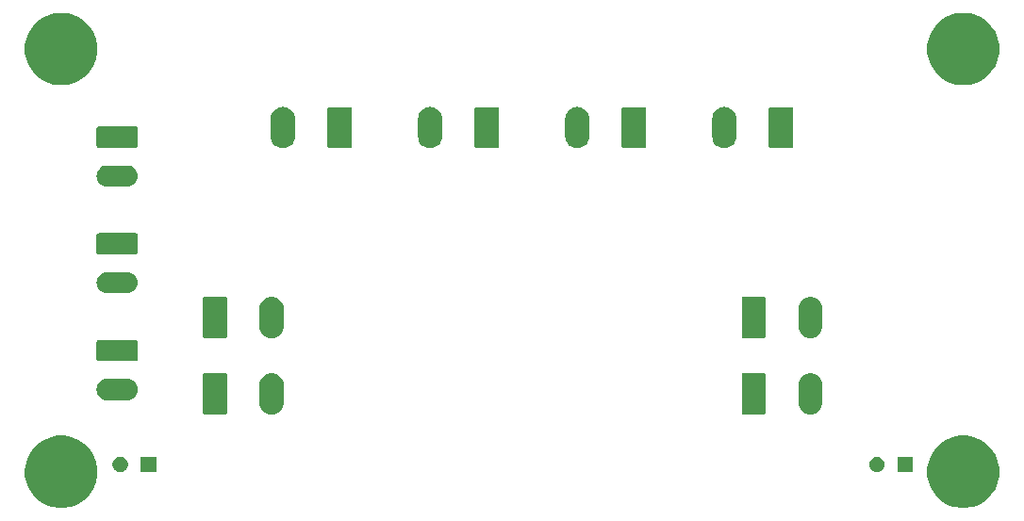
<source format=gbr>
G04 #@! TF.GenerationSoftware,KiCad,Pcbnew,(5.1.4)-1*
G04 #@! TF.CreationDate,2020-03-23T02:46:53+01:00*
G04 #@! TF.ProjectId,dispatch,64697370-6174-4636-982e-6b696361645f,rev?*
G04 #@! TF.SameCoordinates,Original*
G04 #@! TF.FileFunction,Soldermask,Bot*
G04 #@! TF.FilePolarity,Negative*
%FSLAX46Y46*%
G04 Gerber Fmt 4.6, Leading zero omitted, Abs format (unit mm)*
G04 Created by KiCad (PCBNEW (5.1.4)-1) date 2020-03-23 02:46:53*
%MOMM*%
%LPD*%
G04 APERTURE LIST*
%ADD10C,0.100000*%
G04 APERTURE END LIST*
D10*
G36*
X135134239Y-88311467D02*
G01*
X135448282Y-88373934D01*
X136039926Y-88619001D01*
X136572392Y-88974784D01*
X137025216Y-89427608D01*
X137380999Y-89960074D01*
X137626066Y-90551718D01*
X137626066Y-90551719D01*
X137745098Y-91150130D01*
X137751000Y-91179804D01*
X137751000Y-91820196D01*
X137626066Y-92448282D01*
X137380999Y-93039926D01*
X137025216Y-93572392D01*
X136572392Y-94025216D01*
X136039926Y-94380999D01*
X135448282Y-94626066D01*
X135134239Y-94688533D01*
X134820197Y-94751000D01*
X134179803Y-94751000D01*
X133865761Y-94688533D01*
X133551718Y-94626066D01*
X132960074Y-94380999D01*
X132427608Y-94025216D01*
X131974784Y-93572392D01*
X131619001Y-93039926D01*
X131373934Y-92448282D01*
X131249000Y-91820196D01*
X131249000Y-91179804D01*
X131254903Y-91150130D01*
X131373934Y-90551719D01*
X131373934Y-90551718D01*
X131619001Y-89960074D01*
X131974784Y-89427608D01*
X132427608Y-88974784D01*
X132960074Y-88619001D01*
X133551718Y-88373934D01*
X133865761Y-88311467D01*
X134179803Y-88249000D01*
X134820197Y-88249000D01*
X135134239Y-88311467D01*
X135134239Y-88311467D01*
G37*
G36*
X54134239Y-88311467D02*
G01*
X54448282Y-88373934D01*
X55039926Y-88619001D01*
X55572392Y-88974784D01*
X56025216Y-89427608D01*
X56380999Y-89960074D01*
X56626066Y-90551718D01*
X56626066Y-90551719D01*
X56745098Y-91150130D01*
X56751000Y-91179804D01*
X56751000Y-91820196D01*
X56626066Y-92448282D01*
X56380999Y-93039926D01*
X56025216Y-93572392D01*
X55572392Y-94025216D01*
X55039926Y-94380999D01*
X54448282Y-94626066D01*
X54134239Y-94688533D01*
X53820197Y-94751000D01*
X53179803Y-94751000D01*
X52865761Y-94688533D01*
X52551718Y-94626066D01*
X51960074Y-94380999D01*
X51427608Y-94025216D01*
X50974784Y-93572392D01*
X50619001Y-93039926D01*
X50373934Y-92448282D01*
X50249000Y-91820196D01*
X50249000Y-91179804D01*
X50254903Y-91150130D01*
X50373934Y-90551719D01*
X50373934Y-90551718D01*
X50619001Y-89960074D01*
X50974784Y-89427608D01*
X51427608Y-88974784D01*
X51960074Y-88619001D01*
X52551718Y-88373934D01*
X52865761Y-88311467D01*
X53179803Y-88249000D01*
X53820197Y-88249000D01*
X54134239Y-88311467D01*
X54134239Y-88311467D01*
G37*
G36*
X59001825Y-90161958D02*
G01*
X59001827Y-90161959D01*
X59001828Y-90161959D01*
X59064478Y-90187910D01*
X59127130Y-90213861D01*
X59239386Y-90288868D01*
X59239893Y-90289207D01*
X59335793Y-90385107D01*
X59335795Y-90385110D01*
X59411139Y-90497870D01*
X59463042Y-90623175D01*
X59489500Y-90756187D01*
X59489500Y-90891813D01*
X59463042Y-91024825D01*
X59411139Y-91150130D01*
X59391311Y-91179804D01*
X59335793Y-91262893D01*
X59239893Y-91358793D01*
X59239890Y-91358795D01*
X59127130Y-91434139D01*
X59064477Y-91460091D01*
X59001828Y-91486041D01*
X59001827Y-91486041D01*
X59001825Y-91486042D01*
X58868813Y-91512500D01*
X58733187Y-91512500D01*
X58600175Y-91486042D01*
X58600173Y-91486041D01*
X58600172Y-91486041D01*
X58537523Y-91460091D01*
X58474870Y-91434139D01*
X58362110Y-91358795D01*
X58362107Y-91358793D01*
X58266207Y-91262893D01*
X58210689Y-91179804D01*
X58190861Y-91150130D01*
X58138958Y-91024825D01*
X58112500Y-90891813D01*
X58112500Y-90756187D01*
X58138958Y-90623175D01*
X58190861Y-90497870D01*
X58266205Y-90385110D01*
X58266207Y-90385107D01*
X58362107Y-90289207D01*
X58362614Y-90288868D01*
X58474870Y-90213861D01*
X58537522Y-90187910D01*
X58600172Y-90161959D01*
X58600173Y-90161959D01*
X58600175Y-90161958D01*
X58733187Y-90135500D01*
X58868813Y-90135500D01*
X59001825Y-90161958D01*
X59001825Y-90161958D01*
G37*
G36*
X62029500Y-91512500D02*
G01*
X60652500Y-91512500D01*
X60652500Y-90135500D01*
X62029500Y-90135500D01*
X62029500Y-91512500D01*
X62029500Y-91512500D01*
G37*
G36*
X129974500Y-91512500D02*
G01*
X128597500Y-91512500D01*
X128597500Y-90135500D01*
X129974500Y-90135500D01*
X129974500Y-91512500D01*
X129974500Y-91512500D01*
G37*
G36*
X126946825Y-90161958D02*
G01*
X126946827Y-90161959D01*
X126946828Y-90161959D01*
X127009478Y-90187910D01*
X127072130Y-90213861D01*
X127184386Y-90288868D01*
X127184893Y-90289207D01*
X127280793Y-90385107D01*
X127280795Y-90385110D01*
X127356139Y-90497870D01*
X127408042Y-90623175D01*
X127434500Y-90756187D01*
X127434500Y-90891813D01*
X127408042Y-91024825D01*
X127356139Y-91150130D01*
X127336311Y-91179804D01*
X127280793Y-91262893D01*
X127184893Y-91358793D01*
X127184890Y-91358795D01*
X127072130Y-91434139D01*
X127009477Y-91460091D01*
X126946828Y-91486041D01*
X126946827Y-91486041D01*
X126946825Y-91486042D01*
X126813813Y-91512500D01*
X126678187Y-91512500D01*
X126545175Y-91486042D01*
X126545173Y-91486041D01*
X126545172Y-91486041D01*
X126482523Y-91460091D01*
X126419870Y-91434139D01*
X126307110Y-91358795D01*
X126307107Y-91358793D01*
X126211207Y-91262893D01*
X126155689Y-91179804D01*
X126135861Y-91150130D01*
X126083958Y-91024825D01*
X126057500Y-90891813D01*
X126057500Y-90756187D01*
X126083958Y-90623175D01*
X126135861Y-90497870D01*
X126211205Y-90385110D01*
X126211207Y-90385107D01*
X126307107Y-90289207D01*
X126307614Y-90288868D01*
X126419870Y-90213861D01*
X126482522Y-90187910D01*
X126545172Y-90161959D01*
X126545173Y-90161959D01*
X126545175Y-90161958D01*
X126678187Y-90135500D01*
X126813813Y-90135500D01*
X126946825Y-90161958D01*
X126946825Y-90161958D01*
G37*
G36*
X72603870Y-82638786D02*
G01*
X72714779Y-82672430D01*
X72805053Y-82699814D01*
X72809529Y-82701172D01*
X72966165Y-82784896D01*
X72999059Y-82802478D01*
X73165186Y-82938814D01*
X73301522Y-83104941D01*
X73301525Y-83104945D01*
X73402828Y-83294470D01*
X73465214Y-83500129D01*
X73481000Y-83660409D01*
X73481000Y-85287591D01*
X73465214Y-85447871D01*
X73402828Y-85653530D01*
X73301525Y-85843055D01*
X73301523Y-85843058D01*
X73301522Y-85843059D01*
X73165186Y-86009186D01*
X73037583Y-86113906D01*
X72999055Y-86145525D01*
X72809530Y-86246828D01*
X72809527Y-86246829D01*
X72798058Y-86250308D01*
X72603871Y-86309214D01*
X72390000Y-86330278D01*
X72176130Y-86309214D01*
X71981943Y-86250308D01*
X71970474Y-86246829D01*
X71970471Y-86246828D01*
X71780946Y-86145525D01*
X71742418Y-86113906D01*
X71614815Y-86009186D01*
X71478479Y-85843059D01*
X71478478Y-85843058D01*
X71478476Y-85843055D01*
X71377171Y-85653527D01*
X71314786Y-85447874D01*
X71299000Y-85287591D01*
X71299000Y-83660410D01*
X71314786Y-83500130D01*
X71377172Y-83294471D01*
X71478477Y-83104943D01*
X71478478Y-83104941D01*
X71614814Y-82938814D01*
X71780941Y-82802478D01*
X71780942Y-82802477D01*
X71780945Y-82802475D01*
X71970470Y-82701172D01*
X71974947Y-82699814D01*
X72065220Y-82672430D01*
X72176129Y-82638786D01*
X72390000Y-82617722D01*
X72603870Y-82638786D01*
X72603870Y-82638786D01*
G37*
G36*
X120990870Y-82638786D02*
G01*
X121101779Y-82672430D01*
X121192053Y-82699814D01*
X121196529Y-82701172D01*
X121353165Y-82784896D01*
X121386059Y-82802478D01*
X121552186Y-82938814D01*
X121688522Y-83104941D01*
X121688525Y-83104945D01*
X121789828Y-83294470D01*
X121852214Y-83500129D01*
X121868000Y-83660409D01*
X121868000Y-85287591D01*
X121852214Y-85447871D01*
X121789828Y-85653530D01*
X121688525Y-85843055D01*
X121688523Y-85843058D01*
X121688522Y-85843059D01*
X121552186Y-86009186D01*
X121424583Y-86113906D01*
X121386055Y-86145525D01*
X121196530Y-86246828D01*
X121196527Y-86246829D01*
X121185058Y-86250308D01*
X120990871Y-86309214D01*
X120777000Y-86330278D01*
X120563130Y-86309214D01*
X120368943Y-86250308D01*
X120357474Y-86246829D01*
X120357471Y-86246828D01*
X120167946Y-86145525D01*
X120129418Y-86113906D01*
X120001815Y-86009186D01*
X119865479Y-85843059D01*
X119865478Y-85843058D01*
X119865476Y-85843055D01*
X119764171Y-85653527D01*
X119701786Y-85447874D01*
X119686000Y-85287591D01*
X119686000Y-83660410D01*
X119701786Y-83500130D01*
X119764172Y-83294471D01*
X119865477Y-83104943D01*
X119865478Y-83104941D01*
X120001814Y-82938814D01*
X120167941Y-82802478D01*
X120167942Y-82802477D01*
X120167945Y-82802475D01*
X120357470Y-82701172D01*
X120361947Y-82699814D01*
X120452220Y-82672430D01*
X120563129Y-82638786D01*
X120777000Y-82617722D01*
X120990870Y-82638786D01*
X120990870Y-82638786D01*
G37*
G36*
X68266217Y-82626808D02*
G01*
X68297489Y-82636294D01*
X68326308Y-82651698D01*
X68351570Y-82672430D01*
X68372302Y-82697692D01*
X68387706Y-82726511D01*
X68397192Y-82757783D01*
X68401000Y-82796448D01*
X68401000Y-86151552D01*
X68397192Y-86190217D01*
X68387706Y-86221489D01*
X68372302Y-86250308D01*
X68351570Y-86275570D01*
X68326308Y-86296302D01*
X68297489Y-86311706D01*
X68266217Y-86321192D01*
X68227552Y-86325000D01*
X66392448Y-86325000D01*
X66353783Y-86321192D01*
X66322511Y-86311706D01*
X66293692Y-86296302D01*
X66268430Y-86275570D01*
X66247698Y-86250308D01*
X66232294Y-86221489D01*
X66222808Y-86190217D01*
X66219000Y-86151552D01*
X66219000Y-82796448D01*
X66222808Y-82757783D01*
X66232294Y-82726511D01*
X66247698Y-82697692D01*
X66268430Y-82672430D01*
X66293692Y-82651698D01*
X66322511Y-82636294D01*
X66353783Y-82626808D01*
X66392448Y-82623000D01*
X68227552Y-82623000D01*
X68266217Y-82626808D01*
X68266217Y-82626808D01*
G37*
G36*
X116653217Y-82626808D02*
G01*
X116684489Y-82636294D01*
X116713308Y-82651698D01*
X116738570Y-82672430D01*
X116759302Y-82697692D01*
X116774706Y-82726511D01*
X116784192Y-82757783D01*
X116788000Y-82796448D01*
X116788000Y-86151552D01*
X116784192Y-86190217D01*
X116774706Y-86221489D01*
X116759302Y-86250308D01*
X116738570Y-86275570D01*
X116713308Y-86296302D01*
X116684489Y-86311706D01*
X116653217Y-86321192D01*
X116614552Y-86325000D01*
X114779448Y-86325000D01*
X114740783Y-86321192D01*
X114709511Y-86311706D01*
X114680692Y-86296302D01*
X114655430Y-86275570D01*
X114634698Y-86250308D01*
X114619294Y-86221489D01*
X114609808Y-86190217D01*
X114606000Y-86151552D01*
X114606000Y-82796448D01*
X114609808Y-82757783D01*
X114619294Y-82726511D01*
X114634698Y-82697692D01*
X114655430Y-82672430D01*
X114680692Y-82651698D01*
X114709511Y-82636294D01*
X114740783Y-82626808D01*
X114779448Y-82623000D01*
X116614552Y-82623000D01*
X116653217Y-82626808D01*
X116653217Y-82626808D01*
G37*
G36*
X59613425Y-83163760D02*
G01*
X59613428Y-83163761D01*
X59613429Y-83163761D01*
X59792693Y-83218140D01*
X59792696Y-83218142D01*
X59792697Y-83218142D01*
X59957903Y-83306446D01*
X60102712Y-83425288D01*
X60221554Y-83570097D01*
X60309858Y-83735303D01*
X60309860Y-83735307D01*
X60364239Y-83914571D01*
X60364240Y-83914575D01*
X60382601Y-84101000D01*
X60364240Y-84287425D01*
X60364239Y-84287428D01*
X60364239Y-84287429D01*
X60309860Y-84466693D01*
X60309858Y-84466696D01*
X60309858Y-84466697D01*
X60221554Y-84631903D01*
X60102712Y-84776712D01*
X59957903Y-84895554D01*
X59792697Y-84983858D01*
X59792693Y-84983860D01*
X59613429Y-85038239D01*
X59613428Y-85038239D01*
X59613425Y-85038240D01*
X59473718Y-85052000D01*
X57580282Y-85052000D01*
X57440575Y-85038240D01*
X57440572Y-85038239D01*
X57440571Y-85038239D01*
X57261307Y-84983860D01*
X57261303Y-84983858D01*
X57096097Y-84895554D01*
X56951288Y-84776712D01*
X56832446Y-84631903D01*
X56744142Y-84466697D01*
X56744142Y-84466696D01*
X56744140Y-84466693D01*
X56689761Y-84287429D01*
X56689761Y-84287428D01*
X56689760Y-84287425D01*
X56671399Y-84101000D01*
X56689760Y-83914575D01*
X56689761Y-83914571D01*
X56744140Y-83735307D01*
X56744142Y-83735303D01*
X56832446Y-83570097D01*
X56951288Y-83425288D01*
X57096097Y-83306446D01*
X57261303Y-83218142D01*
X57261304Y-83218142D01*
X57261307Y-83218140D01*
X57440571Y-83163761D01*
X57440572Y-83163761D01*
X57440575Y-83163760D01*
X57580282Y-83150000D01*
X59473718Y-83150000D01*
X59613425Y-83163760D01*
X59613425Y-83163760D01*
G37*
G36*
X60237915Y-79653934D02*
G01*
X60270424Y-79663795D01*
X60300382Y-79679809D01*
X60326641Y-79701359D01*
X60348191Y-79727618D01*
X60364205Y-79757576D01*
X60374066Y-79790085D01*
X60378000Y-79830029D01*
X60378000Y-81371971D01*
X60374066Y-81411915D01*
X60364205Y-81444424D01*
X60348191Y-81474382D01*
X60326641Y-81500641D01*
X60300382Y-81522191D01*
X60270424Y-81538205D01*
X60237915Y-81548066D01*
X60197971Y-81552000D01*
X56856029Y-81552000D01*
X56816085Y-81548066D01*
X56783576Y-81538205D01*
X56753618Y-81522191D01*
X56727359Y-81500641D01*
X56705809Y-81474382D01*
X56689795Y-81444424D01*
X56679934Y-81411915D01*
X56676000Y-81371971D01*
X56676000Y-79830029D01*
X56679934Y-79790085D01*
X56689795Y-79757576D01*
X56705809Y-79727618D01*
X56727359Y-79701359D01*
X56753618Y-79679809D01*
X56783576Y-79663795D01*
X56816085Y-79653934D01*
X56856029Y-79650000D01*
X60197971Y-79650000D01*
X60237915Y-79653934D01*
X60237915Y-79653934D01*
G37*
G36*
X120990870Y-75780786D02*
G01*
X121101779Y-75814430D01*
X121192053Y-75841814D01*
X121196529Y-75843172D01*
X121353165Y-75926896D01*
X121386059Y-75944478D01*
X121552186Y-76080814D01*
X121688522Y-76246941D01*
X121688525Y-76246945D01*
X121789828Y-76436470D01*
X121852214Y-76642129D01*
X121868000Y-76802409D01*
X121868000Y-78429591D01*
X121852214Y-78589871D01*
X121789828Y-78795530D01*
X121688525Y-78985055D01*
X121688523Y-78985058D01*
X121688522Y-78985059D01*
X121552186Y-79151186D01*
X121424583Y-79255906D01*
X121386055Y-79287525D01*
X121196530Y-79388828D01*
X121196527Y-79388829D01*
X121185058Y-79392308D01*
X120990871Y-79451214D01*
X120777000Y-79472278D01*
X120563130Y-79451214D01*
X120368943Y-79392308D01*
X120357474Y-79388829D01*
X120357471Y-79388828D01*
X120167946Y-79287525D01*
X120129418Y-79255906D01*
X120001815Y-79151186D01*
X119865479Y-78985059D01*
X119865478Y-78985058D01*
X119865476Y-78985055D01*
X119764171Y-78795527D01*
X119701786Y-78589874D01*
X119686000Y-78429591D01*
X119686000Y-76802410D01*
X119701786Y-76642130D01*
X119764172Y-76436471D01*
X119865477Y-76246943D01*
X119865478Y-76246941D01*
X120001814Y-76080814D01*
X120167941Y-75944478D01*
X120167942Y-75944477D01*
X120167945Y-75944475D01*
X120357470Y-75843172D01*
X120361947Y-75841814D01*
X120452220Y-75814430D01*
X120563129Y-75780786D01*
X120777000Y-75759722D01*
X120990870Y-75780786D01*
X120990870Y-75780786D01*
G37*
G36*
X72603870Y-75780786D02*
G01*
X72714779Y-75814430D01*
X72805053Y-75841814D01*
X72809529Y-75843172D01*
X72966165Y-75926896D01*
X72999059Y-75944478D01*
X73165186Y-76080814D01*
X73301522Y-76246941D01*
X73301525Y-76246945D01*
X73402828Y-76436470D01*
X73465214Y-76642129D01*
X73481000Y-76802409D01*
X73481000Y-78429591D01*
X73465214Y-78589871D01*
X73402828Y-78795530D01*
X73301525Y-78985055D01*
X73301523Y-78985058D01*
X73301522Y-78985059D01*
X73165186Y-79151186D01*
X73037583Y-79255906D01*
X72999055Y-79287525D01*
X72809530Y-79388828D01*
X72809527Y-79388829D01*
X72798058Y-79392308D01*
X72603871Y-79451214D01*
X72390000Y-79472278D01*
X72176130Y-79451214D01*
X71981943Y-79392308D01*
X71970474Y-79388829D01*
X71970471Y-79388828D01*
X71780946Y-79287525D01*
X71742418Y-79255906D01*
X71614815Y-79151186D01*
X71478479Y-78985059D01*
X71478478Y-78985058D01*
X71478476Y-78985055D01*
X71377171Y-78795527D01*
X71314786Y-78589874D01*
X71299000Y-78429591D01*
X71299000Y-76802410D01*
X71314786Y-76642130D01*
X71377172Y-76436471D01*
X71478477Y-76246943D01*
X71478478Y-76246941D01*
X71614814Y-76080814D01*
X71780941Y-75944478D01*
X71780942Y-75944477D01*
X71780945Y-75944475D01*
X71970470Y-75843172D01*
X71974947Y-75841814D01*
X72065220Y-75814430D01*
X72176129Y-75780786D01*
X72390000Y-75759722D01*
X72603870Y-75780786D01*
X72603870Y-75780786D01*
G37*
G36*
X68266217Y-75768808D02*
G01*
X68297489Y-75778294D01*
X68326308Y-75793698D01*
X68351570Y-75814430D01*
X68372302Y-75839692D01*
X68387706Y-75868511D01*
X68397192Y-75899783D01*
X68401000Y-75938448D01*
X68401000Y-79293552D01*
X68397192Y-79332217D01*
X68387706Y-79363489D01*
X68372302Y-79392308D01*
X68351570Y-79417570D01*
X68326308Y-79438302D01*
X68297489Y-79453706D01*
X68266217Y-79463192D01*
X68227552Y-79467000D01*
X66392448Y-79467000D01*
X66353783Y-79463192D01*
X66322511Y-79453706D01*
X66293692Y-79438302D01*
X66268430Y-79417570D01*
X66247698Y-79392308D01*
X66232294Y-79363489D01*
X66222808Y-79332217D01*
X66219000Y-79293552D01*
X66219000Y-75938448D01*
X66222808Y-75899783D01*
X66232294Y-75868511D01*
X66247698Y-75839692D01*
X66268430Y-75814430D01*
X66293692Y-75793698D01*
X66322511Y-75778294D01*
X66353783Y-75768808D01*
X66392448Y-75765000D01*
X68227552Y-75765000D01*
X68266217Y-75768808D01*
X68266217Y-75768808D01*
G37*
G36*
X116653217Y-75768808D02*
G01*
X116684489Y-75778294D01*
X116713308Y-75793698D01*
X116738570Y-75814430D01*
X116759302Y-75839692D01*
X116774706Y-75868511D01*
X116784192Y-75899783D01*
X116788000Y-75938448D01*
X116788000Y-79293552D01*
X116784192Y-79332217D01*
X116774706Y-79363489D01*
X116759302Y-79392308D01*
X116738570Y-79417570D01*
X116713308Y-79438302D01*
X116684489Y-79453706D01*
X116653217Y-79463192D01*
X116614552Y-79467000D01*
X114779448Y-79467000D01*
X114740783Y-79463192D01*
X114709511Y-79453706D01*
X114680692Y-79438302D01*
X114655430Y-79417570D01*
X114634698Y-79392308D01*
X114619294Y-79363489D01*
X114609808Y-79332217D01*
X114606000Y-79293552D01*
X114606000Y-75938448D01*
X114609808Y-75899783D01*
X114619294Y-75868511D01*
X114634698Y-75839692D01*
X114655430Y-75814430D01*
X114680692Y-75793698D01*
X114709511Y-75778294D01*
X114740783Y-75768808D01*
X114779448Y-75765000D01*
X116614552Y-75765000D01*
X116653217Y-75768808D01*
X116653217Y-75768808D01*
G37*
G36*
X59613425Y-73563760D02*
G01*
X59613428Y-73563761D01*
X59613429Y-73563761D01*
X59792693Y-73618140D01*
X59792696Y-73618142D01*
X59792697Y-73618142D01*
X59957903Y-73706446D01*
X60102712Y-73825288D01*
X60221554Y-73970097D01*
X60309858Y-74135303D01*
X60309860Y-74135307D01*
X60364239Y-74314571D01*
X60364240Y-74314575D01*
X60382601Y-74501000D01*
X60364240Y-74687425D01*
X60364239Y-74687428D01*
X60364239Y-74687429D01*
X60309860Y-74866693D01*
X60309858Y-74866696D01*
X60309858Y-74866697D01*
X60221554Y-75031903D01*
X60102712Y-75176712D01*
X59957903Y-75295554D01*
X59792697Y-75383858D01*
X59792693Y-75383860D01*
X59613429Y-75438239D01*
X59613428Y-75438239D01*
X59613425Y-75438240D01*
X59473718Y-75452000D01*
X57580282Y-75452000D01*
X57440575Y-75438240D01*
X57440572Y-75438239D01*
X57440571Y-75438239D01*
X57261307Y-75383860D01*
X57261303Y-75383858D01*
X57096097Y-75295554D01*
X56951288Y-75176712D01*
X56832446Y-75031903D01*
X56744142Y-74866697D01*
X56744142Y-74866696D01*
X56744140Y-74866693D01*
X56689761Y-74687429D01*
X56689761Y-74687428D01*
X56689760Y-74687425D01*
X56671399Y-74501000D01*
X56689760Y-74314575D01*
X56689761Y-74314571D01*
X56744140Y-74135307D01*
X56744142Y-74135303D01*
X56832446Y-73970097D01*
X56951288Y-73825288D01*
X57096097Y-73706446D01*
X57261303Y-73618142D01*
X57261304Y-73618142D01*
X57261307Y-73618140D01*
X57440571Y-73563761D01*
X57440572Y-73563761D01*
X57440575Y-73563760D01*
X57580282Y-73550000D01*
X59473718Y-73550000D01*
X59613425Y-73563760D01*
X59613425Y-73563760D01*
G37*
G36*
X60237915Y-70053934D02*
G01*
X60270424Y-70063795D01*
X60300382Y-70079809D01*
X60326641Y-70101359D01*
X60348191Y-70127618D01*
X60364205Y-70157576D01*
X60374066Y-70190085D01*
X60378000Y-70230029D01*
X60378000Y-71771971D01*
X60374066Y-71811915D01*
X60364205Y-71844424D01*
X60348191Y-71874382D01*
X60326641Y-71900641D01*
X60300382Y-71922191D01*
X60270424Y-71938205D01*
X60237915Y-71948066D01*
X60197971Y-71952000D01*
X56856029Y-71952000D01*
X56816085Y-71948066D01*
X56783576Y-71938205D01*
X56753618Y-71922191D01*
X56727359Y-71900641D01*
X56705809Y-71874382D01*
X56689795Y-71844424D01*
X56679934Y-71811915D01*
X56676000Y-71771971D01*
X56676000Y-70230029D01*
X56679934Y-70190085D01*
X56689795Y-70157576D01*
X56705809Y-70127618D01*
X56727359Y-70101359D01*
X56753618Y-70079809D01*
X56783576Y-70063795D01*
X56816085Y-70053934D01*
X56856029Y-70050000D01*
X60197971Y-70050000D01*
X60237915Y-70053934D01*
X60237915Y-70053934D01*
G37*
G36*
X59620725Y-63979960D02*
G01*
X59620728Y-63979961D01*
X59620729Y-63979961D01*
X59799993Y-64034340D01*
X59799996Y-64034342D01*
X59799997Y-64034342D01*
X59965203Y-64122646D01*
X60110012Y-64241488D01*
X60228854Y-64386297D01*
X60317158Y-64551503D01*
X60317160Y-64551507D01*
X60371539Y-64730771D01*
X60371540Y-64730775D01*
X60389901Y-64917200D01*
X60371540Y-65103625D01*
X60371539Y-65103628D01*
X60371539Y-65103629D01*
X60317160Y-65282893D01*
X60317158Y-65282896D01*
X60317158Y-65282897D01*
X60228854Y-65448103D01*
X60110012Y-65592912D01*
X59965203Y-65711754D01*
X59799997Y-65800058D01*
X59799993Y-65800060D01*
X59620729Y-65854439D01*
X59620728Y-65854439D01*
X59620725Y-65854440D01*
X59481018Y-65868200D01*
X57587582Y-65868200D01*
X57447875Y-65854440D01*
X57447872Y-65854439D01*
X57447871Y-65854439D01*
X57268607Y-65800060D01*
X57268603Y-65800058D01*
X57103397Y-65711754D01*
X56958588Y-65592912D01*
X56839746Y-65448103D01*
X56751442Y-65282897D01*
X56751442Y-65282896D01*
X56751440Y-65282893D01*
X56697061Y-65103629D01*
X56697061Y-65103628D01*
X56697060Y-65103625D01*
X56678699Y-64917200D01*
X56697060Y-64730775D01*
X56697061Y-64730771D01*
X56751440Y-64551507D01*
X56751442Y-64551503D01*
X56839746Y-64386297D01*
X56958588Y-64241488D01*
X57103397Y-64122646D01*
X57268603Y-64034342D01*
X57268604Y-64034342D01*
X57268607Y-64034340D01*
X57447871Y-63979961D01*
X57447872Y-63979961D01*
X57447875Y-63979960D01*
X57587582Y-63966200D01*
X59481018Y-63966200D01*
X59620725Y-63979960D01*
X59620725Y-63979960D01*
G37*
G36*
X86848191Y-58723466D02*
G01*
X86959100Y-58757110D01*
X87049374Y-58784494D01*
X87053850Y-58785852D01*
X87243375Y-58887155D01*
X87243378Y-58887157D01*
X87243379Y-58887158D01*
X87409506Y-59023494D01*
X87545842Y-59189621D01*
X87545845Y-59189625D01*
X87647148Y-59379150D01*
X87709534Y-59584809D01*
X87725320Y-59745089D01*
X87725320Y-61372271D01*
X87709534Y-61532551D01*
X87647148Y-61738210D01*
X87545845Y-61927735D01*
X87545843Y-61927737D01*
X87545842Y-61927739D01*
X87409506Y-62093866D01*
X87243379Y-62230202D01*
X87243377Y-62230203D01*
X87053849Y-62331508D01*
X87053846Y-62331509D01*
X87042377Y-62334988D01*
X86848190Y-62393894D01*
X86634320Y-62414958D01*
X86420449Y-62393894D01*
X86226262Y-62334988D01*
X86214793Y-62331509D01*
X86214790Y-62331508D01*
X86025265Y-62230205D01*
X85974046Y-62188171D01*
X85859134Y-62093866D01*
X85722798Y-61927739D01*
X85621493Y-61738210D01*
X85621492Y-61738209D01*
X85559106Y-61532550D01*
X85543320Y-61372270D01*
X85543320Y-59745089D01*
X85559106Y-59584806D01*
X85621491Y-59379153D01*
X85722796Y-59189625D01*
X85722799Y-59189621D01*
X85859135Y-59023494D01*
X86025262Y-58887158D01*
X86025263Y-58887157D01*
X86025266Y-58887155D01*
X86214791Y-58785852D01*
X86219268Y-58784494D01*
X86309541Y-58757110D01*
X86420450Y-58723466D01*
X86634320Y-58702402D01*
X86848191Y-58723466D01*
X86848191Y-58723466D01*
G37*
G36*
X73635111Y-58723466D02*
G01*
X73746020Y-58757110D01*
X73836294Y-58784494D01*
X73840770Y-58785852D01*
X74030295Y-58887155D01*
X74030298Y-58887157D01*
X74030299Y-58887158D01*
X74196426Y-59023494D01*
X74332762Y-59189621D01*
X74332765Y-59189625D01*
X74434068Y-59379150D01*
X74496454Y-59584809D01*
X74512240Y-59745089D01*
X74512240Y-61372271D01*
X74496454Y-61532551D01*
X74434068Y-61738210D01*
X74332765Y-61927735D01*
X74332763Y-61927737D01*
X74332762Y-61927739D01*
X74196426Y-62093866D01*
X74030299Y-62230202D01*
X74030297Y-62230203D01*
X73840769Y-62331508D01*
X73840766Y-62331509D01*
X73829297Y-62334988D01*
X73635110Y-62393894D01*
X73421240Y-62414958D01*
X73207369Y-62393894D01*
X73013182Y-62334988D01*
X73001713Y-62331509D01*
X73001710Y-62331508D01*
X72812185Y-62230205D01*
X72760966Y-62188171D01*
X72646054Y-62093866D01*
X72509718Y-61927739D01*
X72408413Y-61738210D01*
X72408412Y-61738209D01*
X72346026Y-61532550D01*
X72330240Y-61372270D01*
X72330240Y-59745089D01*
X72346026Y-59584806D01*
X72408411Y-59379153D01*
X72509716Y-59189625D01*
X72509719Y-59189621D01*
X72646055Y-59023494D01*
X72812182Y-58887158D01*
X72812183Y-58887157D01*
X72812186Y-58887155D01*
X73001711Y-58785852D01*
X73006188Y-58784494D01*
X73096461Y-58757110D01*
X73207370Y-58723466D01*
X73421240Y-58702402D01*
X73635111Y-58723466D01*
X73635111Y-58723466D01*
G37*
G36*
X100061271Y-58723466D02*
G01*
X100172180Y-58757110D01*
X100262454Y-58784494D01*
X100266930Y-58785852D01*
X100456455Y-58887155D01*
X100456458Y-58887157D01*
X100456459Y-58887158D01*
X100622586Y-59023494D01*
X100758922Y-59189621D01*
X100758925Y-59189625D01*
X100860228Y-59379150D01*
X100922614Y-59584809D01*
X100938400Y-59745089D01*
X100938400Y-61372271D01*
X100922614Y-61532551D01*
X100860228Y-61738210D01*
X100758925Y-61927735D01*
X100758923Y-61927737D01*
X100758922Y-61927739D01*
X100622586Y-62093866D01*
X100456459Y-62230202D01*
X100456457Y-62230203D01*
X100266929Y-62331508D01*
X100266926Y-62331509D01*
X100255457Y-62334988D01*
X100061270Y-62393894D01*
X99847400Y-62414958D01*
X99633529Y-62393894D01*
X99439342Y-62334988D01*
X99427873Y-62331509D01*
X99427870Y-62331508D01*
X99238345Y-62230205D01*
X99187126Y-62188171D01*
X99072214Y-62093866D01*
X98935878Y-61927739D01*
X98834573Y-61738210D01*
X98834572Y-61738209D01*
X98772186Y-61532550D01*
X98756400Y-61372270D01*
X98756400Y-59745089D01*
X98772186Y-59584806D01*
X98834571Y-59379153D01*
X98935876Y-59189625D01*
X98935879Y-59189621D01*
X99072215Y-59023494D01*
X99238342Y-58887158D01*
X99238343Y-58887157D01*
X99238346Y-58887155D01*
X99427871Y-58785852D01*
X99432348Y-58784494D01*
X99522621Y-58757110D01*
X99633530Y-58723466D01*
X99847400Y-58702402D01*
X100061271Y-58723466D01*
X100061271Y-58723466D01*
G37*
G36*
X113264191Y-58723466D02*
G01*
X113375100Y-58757110D01*
X113465374Y-58784494D01*
X113469850Y-58785852D01*
X113659375Y-58887155D01*
X113659378Y-58887157D01*
X113659379Y-58887158D01*
X113825506Y-59023494D01*
X113961842Y-59189621D01*
X113961845Y-59189625D01*
X114063148Y-59379150D01*
X114125534Y-59584809D01*
X114141320Y-59745089D01*
X114141320Y-61372271D01*
X114125534Y-61532551D01*
X114063148Y-61738210D01*
X113961845Y-61927735D01*
X113961843Y-61927737D01*
X113961842Y-61927739D01*
X113825506Y-62093866D01*
X113659379Y-62230202D01*
X113659377Y-62230203D01*
X113469849Y-62331508D01*
X113469846Y-62331509D01*
X113458377Y-62334988D01*
X113264190Y-62393894D01*
X113050320Y-62414958D01*
X112836449Y-62393894D01*
X112642262Y-62334988D01*
X112630793Y-62331509D01*
X112630790Y-62331508D01*
X112441265Y-62230205D01*
X112390046Y-62188171D01*
X112275134Y-62093866D01*
X112138798Y-61927739D01*
X112037493Y-61738210D01*
X112037492Y-61738209D01*
X111975106Y-61532550D01*
X111959320Y-61372270D01*
X111959320Y-59745089D01*
X111975106Y-59584806D01*
X112037491Y-59379153D01*
X112138796Y-59189625D01*
X112138799Y-59189621D01*
X112275135Y-59023494D01*
X112441262Y-58887158D01*
X112441263Y-58887157D01*
X112441266Y-58887155D01*
X112630791Y-58785852D01*
X112635268Y-58784494D01*
X112725541Y-58757110D01*
X112836450Y-58723466D01*
X113050320Y-58702402D01*
X113264191Y-58723466D01*
X113264191Y-58723466D01*
G37*
G36*
X79457457Y-58711488D02*
G01*
X79488729Y-58720974D01*
X79517548Y-58736378D01*
X79542810Y-58757110D01*
X79563542Y-58782372D01*
X79578946Y-58811191D01*
X79588432Y-58842463D01*
X79592240Y-58881128D01*
X79592240Y-62236232D01*
X79588432Y-62274897D01*
X79578946Y-62306169D01*
X79563542Y-62334988D01*
X79542810Y-62360250D01*
X79517548Y-62380982D01*
X79488729Y-62396386D01*
X79457457Y-62405872D01*
X79418792Y-62409680D01*
X77583688Y-62409680D01*
X77545023Y-62405872D01*
X77513751Y-62396386D01*
X77484932Y-62380982D01*
X77459670Y-62360250D01*
X77438938Y-62334988D01*
X77423534Y-62306169D01*
X77414048Y-62274897D01*
X77410240Y-62236232D01*
X77410240Y-58881128D01*
X77414048Y-58842463D01*
X77423534Y-58811191D01*
X77438938Y-58782372D01*
X77459670Y-58757110D01*
X77484932Y-58736378D01*
X77513751Y-58720974D01*
X77545023Y-58711488D01*
X77583688Y-58707680D01*
X79418792Y-58707680D01*
X79457457Y-58711488D01*
X79457457Y-58711488D01*
G37*
G36*
X92670537Y-58711488D02*
G01*
X92701809Y-58720974D01*
X92730628Y-58736378D01*
X92755890Y-58757110D01*
X92776622Y-58782372D01*
X92792026Y-58811191D01*
X92801512Y-58842463D01*
X92805320Y-58881128D01*
X92805320Y-62236232D01*
X92801512Y-62274897D01*
X92792026Y-62306169D01*
X92776622Y-62334988D01*
X92755890Y-62360250D01*
X92730628Y-62380982D01*
X92701809Y-62396386D01*
X92670537Y-62405872D01*
X92631872Y-62409680D01*
X90796768Y-62409680D01*
X90758103Y-62405872D01*
X90726831Y-62396386D01*
X90698012Y-62380982D01*
X90672750Y-62360250D01*
X90652018Y-62334988D01*
X90636614Y-62306169D01*
X90627128Y-62274897D01*
X90623320Y-62236232D01*
X90623320Y-58881128D01*
X90627128Y-58842463D01*
X90636614Y-58811191D01*
X90652018Y-58782372D01*
X90672750Y-58757110D01*
X90698012Y-58736378D01*
X90726831Y-58720974D01*
X90758103Y-58711488D01*
X90796768Y-58707680D01*
X92631872Y-58707680D01*
X92670537Y-58711488D01*
X92670537Y-58711488D01*
G37*
G36*
X105883617Y-58711488D02*
G01*
X105914889Y-58720974D01*
X105943708Y-58736378D01*
X105968970Y-58757110D01*
X105989702Y-58782372D01*
X106005106Y-58811191D01*
X106014592Y-58842463D01*
X106018400Y-58881128D01*
X106018400Y-62236232D01*
X106014592Y-62274897D01*
X106005106Y-62306169D01*
X105989702Y-62334988D01*
X105968970Y-62360250D01*
X105943708Y-62380982D01*
X105914889Y-62396386D01*
X105883617Y-62405872D01*
X105844952Y-62409680D01*
X104009848Y-62409680D01*
X103971183Y-62405872D01*
X103939911Y-62396386D01*
X103911092Y-62380982D01*
X103885830Y-62360250D01*
X103865098Y-62334988D01*
X103849694Y-62306169D01*
X103840208Y-62274897D01*
X103836400Y-62236232D01*
X103836400Y-58881128D01*
X103840208Y-58842463D01*
X103849694Y-58811191D01*
X103865098Y-58782372D01*
X103885830Y-58757110D01*
X103911092Y-58736378D01*
X103939911Y-58720974D01*
X103971183Y-58711488D01*
X104009848Y-58707680D01*
X105844952Y-58707680D01*
X105883617Y-58711488D01*
X105883617Y-58711488D01*
G37*
G36*
X119086537Y-58711488D02*
G01*
X119117809Y-58720974D01*
X119146628Y-58736378D01*
X119171890Y-58757110D01*
X119192622Y-58782372D01*
X119208026Y-58811191D01*
X119217512Y-58842463D01*
X119221320Y-58881128D01*
X119221320Y-62236232D01*
X119217512Y-62274897D01*
X119208026Y-62306169D01*
X119192622Y-62334988D01*
X119171890Y-62360250D01*
X119146628Y-62380982D01*
X119117809Y-62396386D01*
X119086537Y-62405872D01*
X119047872Y-62409680D01*
X117212768Y-62409680D01*
X117174103Y-62405872D01*
X117142831Y-62396386D01*
X117114012Y-62380982D01*
X117088750Y-62360250D01*
X117068018Y-62334988D01*
X117052614Y-62306169D01*
X117043128Y-62274897D01*
X117039320Y-62236232D01*
X117039320Y-58881128D01*
X117043128Y-58842463D01*
X117052614Y-58811191D01*
X117068018Y-58782372D01*
X117088750Y-58757110D01*
X117114012Y-58736378D01*
X117142831Y-58720974D01*
X117174103Y-58711488D01*
X117212768Y-58707680D01*
X119047872Y-58707680D01*
X119086537Y-58711488D01*
X119086537Y-58711488D01*
G37*
G36*
X60245215Y-60470134D02*
G01*
X60277724Y-60479995D01*
X60307682Y-60496009D01*
X60333941Y-60517559D01*
X60355491Y-60543818D01*
X60371505Y-60573776D01*
X60381366Y-60606285D01*
X60385300Y-60646229D01*
X60385300Y-62188171D01*
X60381366Y-62228115D01*
X60371505Y-62260624D01*
X60355491Y-62290582D01*
X60333941Y-62316841D01*
X60307682Y-62338391D01*
X60277724Y-62354405D01*
X60245215Y-62364266D01*
X60205271Y-62368200D01*
X56863329Y-62368200D01*
X56823385Y-62364266D01*
X56790876Y-62354405D01*
X56760918Y-62338391D01*
X56734659Y-62316841D01*
X56713109Y-62290582D01*
X56697095Y-62260624D01*
X56687234Y-62228115D01*
X56683300Y-62188171D01*
X56683300Y-60646229D01*
X56687234Y-60606285D01*
X56697095Y-60573776D01*
X56713109Y-60543818D01*
X56734659Y-60517559D01*
X56760918Y-60496009D01*
X56790876Y-60479995D01*
X56823385Y-60470134D01*
X56863329Y-60466200D01*
X60205271Y-60466200D01*
X60245215Y-60470134D01*
X60245215Y-60470134D01*
G37*
G36*
X54134239Y-50311467D02*
G01*
X54448282Y-50373934D01*
X55039926Y-50619001D01*
X55572392Y-50974784D01*
X56025216Y-51427608D01*
X56380999Y-51960074D01*
X56626066Y-52551718D01*
X56751000Y-53179804D01*
X56751000Y-53820196D01*
X56626066Y-54448282D01*
X56380999Y-55039926D01*
X56025216Y-55572392D01*
X55572392Y-56025216D01*
X55039926Y-56380999D01*
X54448282Y-56626066D01*
X54134239Y-56688533D01*
X53820197Y-56751000D01*
X53179803Y-56751000D01*
X52865761Y-56688533D01*
X52551718Y-56626066D01*
X51960074Y-56380999D01*
X51427608Y-56025216D01*
X50974784Y-55572392D01*
X50619001Y-55039926D01*
X50373934Y-54448282D01*
X50249000Y-53820196D01*
X50249000Y-53179804D01*
X50373934Y-52551718D01*
X50619001Y-51960074D01*
X50974784Y-51427608D01*
X51427608Y-50974784D01*
X51960074Y-50619001D01*
X52551718Y-50373934D01*
X52865761Y-50311467D01*
X53179803Y-50249000D01*
X53820197Y-50249000D01*
X54134239Y-50311467D01*
X54134239Y-50311467D01*
G37*
G36*
X135134239Y-50311467D02*
G01*
X135448282Y-50373934D01*
X136039926Y-50619001D01*
X136572392Y-50974784D01*
X137025216Y-51427608D01*
X137380999Y-51960074D01*
X137626066Y-52551718D01*
X137751000Y-53179804D01*
X137751000Y-53820196D01*
X137626066Y-54448282D01*
X137380999Y-55039926D01*
X137025216Y-55572392D01*
X136572392Y-56025216D01*
X136039926Y-56380999D01*
X135448282Y-56626066D01*
X135134239Y-56688533D01*
X134820197Y-56751000D01*
X134179803Y-56751000D01*
X133865761Y-56688533D01*
X133551718Y-56626066D01*
X132960074Y-56380999D01*
X132427608Y-56025216D01*
X131974784Y-55572392D01*
X131619001Y-55039926D01*
X131373934Y-54448282D01*
X131249000Y-53820196D01*
X131249000Y-53179804D01*
X131373934Y-52551718D01*
X131619001Y-51960074D01*
X131974784Y-51427608D01*
X132427608Y-50974784D01*
X132960074Y-50619001D01*
X133551718Y-50373934D01*
X133865761Y-50311467D01*
X134179803Y-50249000D01*
X134820197Y-50249000D01*
X135134239Y-50311467D01*
X135134239Y-50311467D01*
G37*
M02*

</source>
